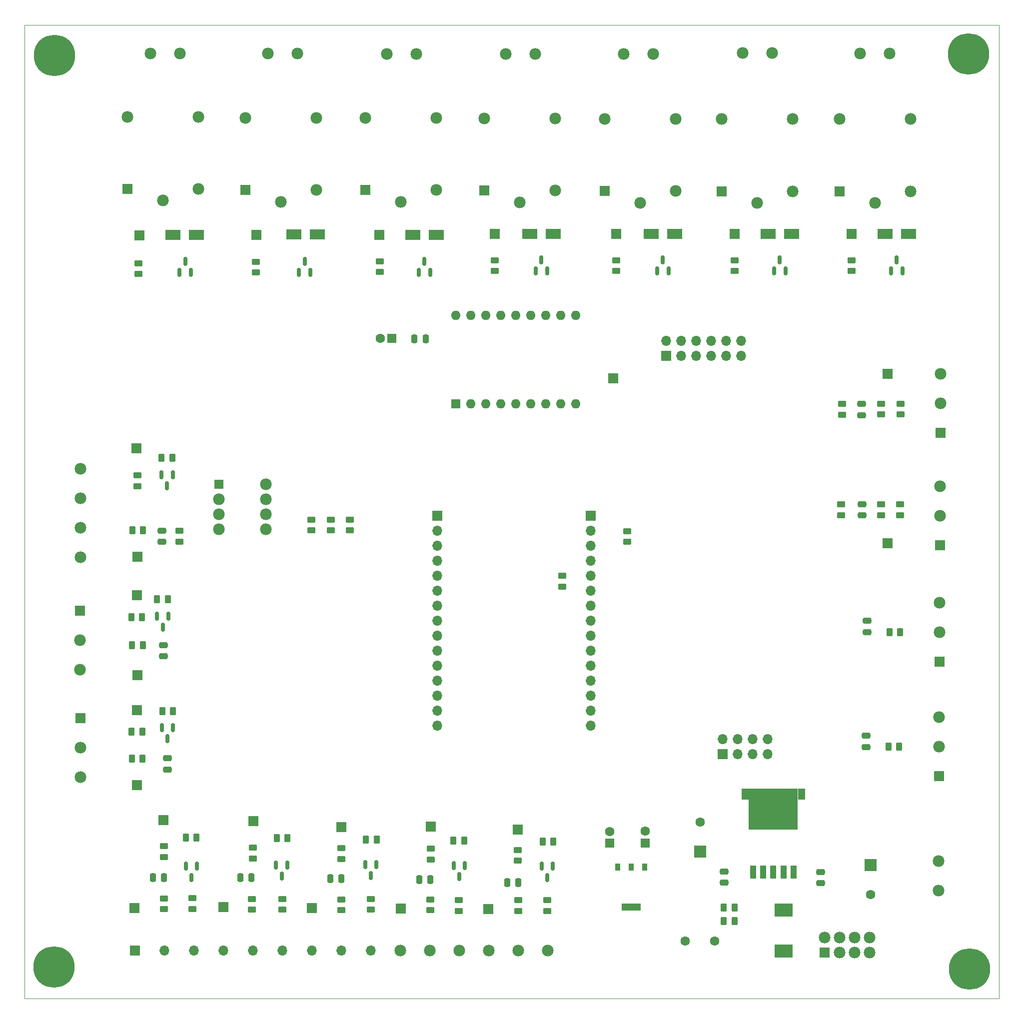
<source format=gbr>
%TF.GenerationSoftware,KiCad,Pcbnew,(6.0.7)*%
%TF.CreationDate,2022-10-24T16:35:41-03:00*%
%TF.ProjectId,PCB_Prototipo_Proyecto_Final,5043425f-5072-46f7-946f-7469706f5f50,rev?*%
%TF.SameCoordinates,PX7e4946aPYc6a19c0*%
%TF.FileFunction,Soldermask,Bot*%
%TF.FilePolarity,Negative*%
%FSLAX46Y46*%
G04 Gerber Fmt 4.6, Leading zero omitted, Abs format (unit mm)*
G04 Created by KiCad (PCBNEW (6.0.7)) date 2022-10-24 16:35:41*
%MOMM*%
%LPD*%
G01*
G04 APERTURE LIST*
G04 Aperture macros list*
%AMRoundRect*
0 Rectangle with rounded corners*
0 $1 Rounding radius*
0 $2 $3 $4 $5 $6 $7 $8 $9 X,Y pos of 4 corners*
0 Add a 4 corners polygon primitive as box body*
4,1,4,$2,$3,$4,$5,$6,$7,$8,$9,$2,$3,0*
0 Add four circle primitives for the rounded corners*
1,1,$1+$1,$2,$3*
1,1,$1+$1,$4,$5*
1,1,$1+$1,$6,$7*
1,1,$1+$1,$8,$9*
0 Add four rect primitives between the rounded corners*
20,1,$1+$1,$2,$3,$4,$5,0*
20,1,$1+$1,$4,$5,$6,$7,0*
20,1,$1+$1,$6,$7,$8,$9,0*
20,1,$1+$1,$8,$9,$2,$3,0*%
G04 Aperture macros list end*
%TA.AperFunction,Profile*%
%ADD10C,0.100000*%
%TD*%
%ADD11C,1.980000*%
%ADD12R,1.700000X1.700000*%
%ADD13R,2.000000X2.000000*%
%ADD14C,1.600000*%
%ADD15C,7.000000*%
%ADD16R,1.600000X1.600000*%
%ADD17O,1.700000X1.700000*%
%ADD18O,1.600000X1.600000*%
%ADD19RoundRect,0.250000X0.262500X0.450000X-0.262500X0.450000X-0.262500X-0.450000X0.262500X-0.450000X0*%
%ADD20RoundRect,0.150000X-0.150000X0.587500X-0.150000X-0.587500X0.150000X-0.587500X0.150000X0.587500X0*%
%ADD21RoundRect,0.250000X-0.450000X0.262500X-0.450000X-0.262500X0.450000X-0.262500X0.450000X0.262500X0*%
%ADD22RoundRect,0.250000X0.250000X0.475000X-0.250000X0.475000X-0.250000X-0.475000X0.250000X-0.475000X0*%
%ADD23RoundRect,0.250000X0.450000X-0.262500X0.450000X0.262500X-0.450000X0.262500X-0.450000X-0.262500X0*%
%ADD24R,2.500000X1.800000*%
%ADD25R,0.950000X1.250000*%
%ADD26R,3.200000X1.250000*%
%ADD27RoundRect,0.250000X0.475000X-0.250000X0.475000X0.250000X-0.475000X0.250000X-0.475000X-0.250000X0*%
%ADD28R,3.100000X2.200000*%
%ADD29RoundRect,0.250000X-0.262500X-0.450000X0.262500X-0.450000X0.262500X0.450000X-0.262500X0.450000X0*%
%ADD30RoundRect,0.250000X-0.475000X0.250000X-0.475000X-0.250000X0.475000X-0.250000X0.475000X0.250000X0*%
%ADD31RoundRect,0.150000X0.150000X-0.587500X0.150000X0.587500X-0.150000X0.587500X-0.150000X-0.587500X0*%
%ADD32R,1.070000X2.160000*%
%ADD33R,1.235000X1.910000*%
%ADD34R,8.330000X6.990000*%
G04 APERTURE END LIST*
D10*
X0Y0D02*
X165100000Y0D01*
X165100000Y0D02*
X165100000Y164940000D01*
X165100000Y164940000D02*
X0Y164940000D01*
X0Y164940000D02*
X0Y0D01*
D11*
%TO.C,K5*%
X130100000Y148950000D03*
X118100000Y148950000D03*
X124100000Y134750000D03*
X130100000Y136750000D03*
D12*
X118100000Y136750000D03*
%TD*%
%TO.C,J6*%
X154999286Y57010000D03*
D11*
X154999286Y62010000D03*
X154999286Y67010000D03*
%TD*%
D12*
%TO.C,J23*%
X68829286Y29130000D03*
%TD*%
D13*
%TO.C,C15*%
X114474286Y24854823D03*
D14*
X114474286Y29854823D03*
%TD*%
D11*
%TO.C,J16*%
X121639286Y160120000D03*
X126639286Y160120000D03*
%TD*%
D15*
%TO.C,*%
X5080000Y159710000D03*
%TD*%
D12*
%TO.C,J33*%
X120309286Y129484000D03*
%TD*%
%TO.C,J46*%
X146200000Y105800000D03*
%TD*%
%TO.C,J40*%
X18629286Y15330000D03*
%TD*%
D16*
%TO.C,C18*%
X99139286Y26289775D03*
D14*
X99139286Y28289775D03*
%TD*%
D15*
%TO.C,*%
X5000000Y5300000D03*
%TD*%
D16*
%TO.C,IC1*%
X32909286Y87070000D03*
D11*
X32909286Y84530000D03*
X32909286Y81990000D03*
X32909286Y79450000D03*
X40849286Y79450000D03*
X40849286Y81990000D03*
X40849286Y84530000D03*
X40849286Y87070000D03*
%TD*%
%TO.C,K1*%
X89900000Y149062500D03*
X77900000Y149062500D03*
X83900000Y134862500D03*
X89900000Y136862500D03*
D12*
X77900000Y136862500D03*
%TD*%
%TO.C,J32*%
X60049286Y129380000D03*
%TD*%
D13*
%TO.C,C14*%
X143339286Y22567677D03*
D14*
X143339286Y17567677D03*
%TD*%
D12*
%TO.C,J34*%
X99700000Y105050000D03*
%TD*%
D11*
%TO.C,K2*%
X29400000Y149362500D03*
X17400000Y149362500D03*
X23400000Y135162500D03*
X29400000Y137162500D03*
D12*
X17400000Y137162500D03*
%TD*%
%TO.C,J29*%
X18979286Y48810000D03*
%TD*%
%TO.C,J19*%
X18963286Y93218000D03*
%TD*%
%TO.C,J10*%
X18649286Y8120000D03*
D17*
X23649286Y8120000D03*
X28649286Y8120000D03*
X33649286Y8120000D03*
X38649286Y8120000D03*
X43649286Y8120000D03*
X48649286Y8120000D03*
X53649286Y8120000D03*
X58649286Y8120000D03*
D11*
X63649286Y8120000D03*
X68649286Y8120000D03*
X73649286Y8120000D03*
X78649286Y8120000D03*
X83649286Y8120000D03*
X88649286Y8120000D03*
%TD*%
D12*
%TO.C,J5*%
X9489286Y47450000D03*
D11*
X9489286Y42450000D03*
X9489286Y37450000D03*
%TD*%
D12*
%TO.C,J35*%
X100243286Y129484000D03*
%TD*%
%TO.C,J26*%
X78529286Y15130000D03*
%TD*%
%TO.C,J21*%
X108700000Y108850000D03*
D17*
X108700000Y111390000D03*
X111240000Y108850000D03*
X111240000Y111390000D03*
X113780000Y108850000D03*
X113780000Y111390000D03*
X116320000Y108850000D03*
X116320000Y111390000D03*
X118860000Y108850000D03*
X118860000Y111390000D03*
X121400000Y108850000D03*
X121400000Y111390000D03*
%TD*%
D11*
%TO.C,K7*%
X49400000Y149162500D03*
X37400000Y149162500D03*
X43400000Y134962500D03*
X49400000Y136962500D03*
D12*
X37400000Y136962500D03*
%TD*%
%TO.C,J20*%
X118277286Y41402000D03*
D17*
X118277286Y43942000D03*
X120817286Y41402000D03*
X120817286Y43942000D03*
X123357286Y41402000D03*
X123357286Y43942000D03*
X125897286Y41402000D03*
X125897286Y43942000D03*
%TD*%
D12*
%TO.C,J8*%
X154869286Y37630000D03*
D11*
X154869286Y42630000D03*
X154869286Y47630000D03*
%TD*%
%TO.C,K6*%
X110300000Y148962500D03*
X98300000Y148962500D03*
X104300000Y134762500D03*
X110300000Y136762500D03*
D12*
X98300000Y136762500D03*
%TD*%
%TO.C,J37*%
X63729286Y15230000D03*
%TD*%
%TO.C,J24*%
X19079286Y74780000D03*
%TD*%
D11*
%TO.C,J18*%
X41219286Y160060000D03*
X46219286Y160060000D03*
%TD*%
D14*
%TO.C,L1*%
X116874286Y9722500D03*
X111874286Y9722500D03*
%TD*%
D15*
%TO.C,*%
X159933286Y159964000D03*
%TD*%
D16*
%TO.C,U3*%
X73065286Y100700000D03*
D18*
X75605286Y100700000D03*
X78145286Y100700000D03*
X80685286Y100700000D03*
X83225286Y100700000D03*
X85765286Y100700000D03*
X88305286Y100700000D03*
X90845286Y100700000D03*
X93385286Y100700000D03*
X93385286Y115700000D03*
X90845286Y115700000D03*
X88305286Y115700000D03*
X85765286Y115700000D03*
X83225286Y115700000D03*
X80685286Y115700000D03*
X78145286Y115700000D03*
X75605286Y115700000D03*
X73065286Y115700000D03*
%TD*%
D11*
%TO.C,K4*%
X69700000Y149162500D03*
X57700000Y149162500D03*
X63700000Y134962500D03*
X69700000Y136962500D03*
D12*
X57700000Y136962500D03*
%TD*%
%TO.C,J45*%
X23535286Y30226000D03*
%TD*%
D16*
%TO.C,C19*%
X62239286Y111850000D03*
D14*
X60239286Y111850000D03*
%TD*%
D12*
%TO.C,J38*%
X48629286Y15330000D03*
%TD*%
D11*
%TO.C,J4*%
X9429286Y89730000D03*
X9429286Y84730000D03*
X9429286Y79730000D03*
X9429286Y74730000D03*
%TD*%
D16*
%TO.C,C17*%
X105139286Y26344887D03*
D14*
X105139286Y28344887D03*
%TD*%
D12*
%TO.C,J22*%
X83529286Y28630000D03*
%TD*%
D11*
%TO.C,J13*%
X21299286Y160110000D03*
X26299286Y160110000D03*
%TD*%
D12*
%TO.C,J7*%
X155159286Y95820000D03*
D11*
X155159286Y100820000D03*
X155159286Y105820000D03*
%TD*%
D12*
%TO.C,J30*%
X79669286Y129484000D03*
%TD*%
%TO.C,J11*%
X9399286Y65670000D03*
D11*
X9399286Y60670000D03*
X9399286Y55670000D03*
%TD*%
%TO.C,J1*%
X154829286Y23240000D03*
X154829286Y18240000D03*
%TD*%
%TO.C,J14*%
X141559286Y160060000D03*
X146559286Y160060000D03*
%TD*%
D12*
%TO.C,J9*%
X155069286Y76770000D03*
D11*
X155069286Y81770000D03*
X155069286Y86770000D03*
%TD*%
D12*
%TO.C,J3*%
X95899286Y81770000D03*
D17*
X95899286Y79230000D03*
X95899286Y76690000D03*
X95899286Y74150000D03*
X95899286Y71610000D03*
X95899286Y69070000D03*
X95899286Y66530000D03*
X95899286Y63990000D03*
X95899286Y61450000D03*
X95899286Y58910000D03*
X95899286Y56370000D03*
X95899286Y53830000D03*
X95899286Y51290000D03*
X95899286Y48750000D03*
X95899286Y46210000D03*
%TD*%
D12*
%TO.C,J2*%
X69900000Y81775000D03*
D17*
X69900000Y79235000D03*
X69900000Y76695000D03*
X69900000Y74155000D03*
X69900000Y71615000D03*
X69900000Y69075000D03*
X69900000Y66535000D03*
X69900000Y63995000D03*
X69900000Y61455000D03*
X69900000Y58915000D03*
X69900000Y56375000D03*
X69900000Y53835000D03*
X69900000Y51295000D03*
X69900000Y48755000D03*
X69900000Y46215000D03*
%TD*%
D12*
%TO.C,J41*%
X19059286Y36090000D03*
%TD*%
%TO.C,J42*%
X19069286Y54750000D03*
%TD*%
%TO.C,J28*%
X18999286Y68300000D03*
%TD*%
%TO.C,J39*%
X33629286Y15430000D03*
%TD*%
%TO.C,J36*%
X39249286Y129330000D03*
%TD*%
D11*
%TO.C,J15*%
X61329286Y160000000D03*
X66329286Y160000000D03*
%TD*%
%TO.C,J12*%
X81489286Y160000000D03*
X86489286Y160000000D03*
%TD*%
D12*
%TO.C,J47*%
X146200000Y77100000D03*
%TD*%
%TO.C,J25*%
X38729286Y30030000D03*
%TD*%
D11*
%TO.C,K3*%
X150100000Y148950000D03*
X138100000Y148950000D03*
X144100000Y134750000D03*
X150100000Y136750000D03*
D12*
X138100000Y136750000D03*
%TD*%
%TO.C,J43*%
X135519286Y7765000D03*
D11*
X135519286Y10305000D03*
X138059286Y7765000D03*
X138059286Y10305000D03*
X140599286Y7765000D03*
X140599286Y10305000D03*
X143139286Y7765000D03*
X143139286Y10305000D03*
%TD*%
%TO.C,J17*%
X101469286Y160000000D03*
X106469286Y160000000D03*
%TD*%
D12*
%TO.C,J31*%
X140121286Y129484000D03*
%TD*%
%TO.C,J27*%
X53629286Y29030000D03*
%TD*%
%TO.C,J44*%
X19471286Y129230000D03*
%TD*%
D19*
%TO.C,R34*%
X44541786Y27130000D03*
X42716786Y27130000D03*
%TD*%
D20*
%TO.C,Q7*%
X23249286Y45867500D03*
X25149286Y45867500D03*
X24199286Y43992500D03*
%TD*%
D21*
%TO.C,R17*%
X145119286Y100732500D03*
X145119286Y98907500D03*
%TD*%
D20*
%TO.C,Q2*%
X87579286Y22367500D03*
X89479286Y22367500D03*
X88529286Y20492500D03*
%TD*%
%TO.C,Q8*%
X22439286Y64767500D03*
X24339286Y64767500D03*
X23389286Y62892500D03*
%TD*%
D22*
%TO.C,C3*%
X53679286Y20330000D03*
X51779286Y20330000D03*
%TD*%
D23*
%TO.C,R25*%
X19109286Y86797500D03*
X19109286Y88622500D03*
%TD*%
D21*
%TO.C,R3*%
X55049286Y81122500D03*
X55049286Y79297500D03*
%TD*%
D20*
%TO.C,Q3*%
X72679286Y22467500D03*
X74579286Y22467500D03*
X73629286Y20592500D03*
%TD*%
D24*
%TO.C,D5*%
X69739286Y129380000D03*
X65739286Y129380000D03*
%TD*%
D19*
%TO.C,R19*%
X148319286Y62010000D03*
X146494286Y62010000D03*
%TD*%
D23*
%TO.C,R43*%
X19299286Y124552500D03*
X19299286Y122727500D03*
%TD*%
D25*
%TO.C,U2*%
X100439286Y22244887D03*
X102739286Y22244887D03*
X105039286Y22244887D03*
D26*
X102739286Y15444887D03*
%TD*%
D23*
%TO.C,R13*%
X38629286Y23705000D03*
X38629286Y25530000D03*
%TD*%
D22*
%TO.C,C2*%
X68729286Y20130000D03*
X66829286Y20130000D03*
%TD*%
%TO.C,C20*%
X67919286Y111704000D03*
X66019286Y111704000D03*
%TD*%
D20*
%TO.C,Q4*%
X57679286Y22667500D03*
X59579286Y22667500D03*
X58629286Y20792500D03*
%TD*%
D23*
%TO.C,R10*%
X53629286Y14917500D03*
X53629286Y16742500D03*
%TD*%
%TO.C,R41*%
X51899286Y79280000D03*
X51899286Y81105000D03*
%TD*%
D22*
%TO.C,C1*%
X83629286Y19630000D03*
X81729286Y19630000D03*
%TD*%
D27*
%TO.C,C8*%
X142699286Y62060000D03*
X142699286Y63960000D03*
%TD*%
D28*
%TO.C,D1*%
X128544286Y14982500D03*
X128544286Y7982500D03*
%TD*%
D21*
%TO.C,R27*%
X88529286Y16655000D03*
X88529286Y14830000D03*
%TD*%
%TO.C,R22*%
X138289286Y83702500D03*
X138289286Y81877500D03*
%TD*%
D27*
%TO.C,C7*%
X141759286Y98820000D03*
X141759286Y100720000D03*
%TD*%
D29*
%TO.C,R16*%
X18156786Y40630000D03*
X19981786Y40630000D03*
%TD*%
D19*
%TO.C,R20*%
X148144286Y42640000D03*
X146319286Y42640000D03*
%TD*%
D30*
%TO.C,C6*%
X24189286Y40660000D03*
X24189286Y38760000D03*
%TD*%
D23*
%TO.C,R7*%
X83529286Y23330000D03*
X83529286Y25155000D03*
%TD*%
D31*
%TO.C,Q14*%
X108117286Y125087500D03*
X107167286Y123212500D03*
X109067286Y123212500D03*
%TD*%
D27*
%TO.C,C9*%
X142519286Y42600000D03*
X142519286Y44500000D03*
%TD*%
D19*
%TO.C,R40*%
X24241786Y67590000D03*
X22416786Y67590000D03*
%TD*%
%TO.C,R26*%
X25001786Y91610000D03*
X23176786Y91610000D03*
%TD*%
D22*
%TO.C,C4*%
X38429286Y20430000D03*
X36529286Y20430000D03*
%TD*%
D31*
%TO.C,Q13*%
X127929286Y125087500D03*
X126979286Y123212500D03*
X128879286Y123212500D03*
%TD*%
D21*
%TO.C,R31*%
X58629286Y16830000D03*
X58629286Y15005000D03*
%TD*%
D23*
%TO.C,R4*%
X148359286Y98917500D03*
X148359286Y100742500D03*
%TD*%
D20*
%TO.C,Q5*%
X42579286Y22567500D03*
X44479286Y22567500D03*
X43529286Y20692500D03*
%TD*%
D31*
%TO.C,Q15*%
X47429286Y124867500D03*
X46479286Y122992500D03*
X48379286Y122992500D03*
%TD*%
D27*
%TO.C,C16*%
X118524286Y19592500D03*
X118524286Y21492500D03*
%TD*%
D19*
%TO.C,R30*%
X74454286Y26730000D03*
X72629286Y26730000D03*
%TD*%
D20*
%TO.C,Q1*%
X23189286Y88687500D03*
X25089286Y88687500D03*
X24139286Y86812500D03*
%TD*%
D23*
%TO.C,R21*%
X145119286Y81885000D03*
X145119286Y83710000D03*
%TD*%
D30*
%TO.C,C10*%
X141829286Y83710000D03*
X141829286Y81810000D03*
%TD*%
D23*
%TO.C,R47*%
X91099286Y69775000D03*
X91099286Y71600000D03*
%TD*%
%TO.C,R45*%
X60179286Y124870000D03*
X60179286Y123045000D03*
%TD*%
D29*
%TO.C,R51*%
X118426786Y13100000D03*
X120251786Y13100000D03*
%TD*%
D23*
%TO.C,R15*%
X23629286Y23930000D03*
X23629286Y25755000D03*
%TD*%
D24*
%TO.C,D7*%
X110117286Y129484000D03*
X106117286Y129484000D03*
%TD*%
D30*
%TO.C,C13*%
X134874286Y21422500D03*
X134874286Y19522500D03*
%TD*%
D23*
%TO.C,R18*%
X138489286Y98867500D03*
X138489286Y100692500D03*
%TD*%
%TO.C,R14*%
X23629286Y15117500D03*
X23629286Y16942500D03*
%TD*%
%TO.C,R9*%
X68829286Y23517500D03*
X68829286Y25342500D03*
%TD*%
D15*
%TO.C,*%
X160100000Y5000000D03*
%TD*%
D23*
%TO.C,R46*%
X102039286Y77319500D03*
X102039286Y79144500D03*
%TD*%
%TO.C,R44*%
X140121286Y125062500D03*
X140121286Y123237500D03*
%TD*%
D19*
%TO.C,R28*%
X89554286Y26530000D03*
X87729286Y26530000D03*
%TD*%
%TO.C,R38*%
X25131786Y48680000D03*
X23306786Y48680000D03*
%TD*%
D31*
%TO.C,Q12*%
X67731286Y124833500D03*
X66781286Y122958500D03*
X68681286Y122958500D03*
%TD*%
D21*
%TO.C,R35*%
X28429286Y16955000D03*
X28429286Y15130000D03*
%TD*%
%TO.C,R33*%
X43629286Y16842500D03*
X43629286Y15017500D03*
%TD*%
D31*
%TO.C,Q10*%
X27189286Y124897500D03*
X26239286Y123022500D03*
X28139286Y123022500D03*
%TD*%
D23*
%TO.C,R11*%
X53629286Y23617500D03*
X53629286Y25442500D03*
%TD*%
D22*
%TO.C,C5*%
X23629286Y20430000D03*
X21729286Y20430000D03*
%TD*%
D19*
%TO.C,R39*%
X19894286Y64570000D03*
X18069286Y64570000D03*
%TD*%
D23*
%TO.C,R12*%
X38529286Y15017500D03*
X38529286Y16842500D03*
%TD*%
%TO.C,R50*%
X39179286Y124792500D03*
X39179286Y122967500D03*
%TD*%
D24*
%TO.C,D6*%
X129929286Y129484000D03*
X125929286Y129484000D03*
%TD*%
D23*
%TO.C,R8*%
X68729286Y14917500D03*
X68729286Y16742500D03*
%TD*%
D30*
%TO.C,C11*%
X23469286Y59870000D03*
X23469286Y57970000D03*
%TD*%
D32*
%TO.C,U1*%
X130239286Y21391500D03*
X128539286Y21391500D03*
D33*
X131621286Y34606500D03*
D34*
X126839286Y32066500D03*
D32*
X126839286Y21391500D03*
D33*
X122057286Y34606500D03*
D32*
X125139286Y21391500D03*
X123439286Y21391500D03*
%TD*%
D19*
%TO.C,R37*%
X19921786Y45170000D03*
X18096786Y45170000D03*
%TD*%
D31*
%TO.C,Q11*%
X147741286Y125087500D03*
X146791286Y123212500D03*
X148691286Y123212500D03*
%TD*%
D23*
%TO.C,R6*%
X83629286Y14805000D03*
X83629286Y16630000D03*
%TD*%
D24*
%TO.C,D3*%
X29129286Y129320000D03*
X25129286Y129320000D03*
%TD*%
D23*
%TO.C,R1*%
X48559286Y79280000D03*
X48559286Y81105000D03*
%TD*%
%TO.C,R42*%
X79669286Y125062500D03*
X79669286Y123237500D03*
%TD*%
D31*
%TO.C,Q9*%
X87543286Y125087500D03*
X86593286Y123212500D03*
X88493286Y123212500D03*
%TD*%
D20*
%TO.C,Q6*%
X27279286Y22367500D03*
X29179286Y22367500D03*
X28229286Y20492500D03*
%TD*%
D19*
%TO.C,R32*%
X59641786Y26930000D03*
X57816786Y26930000D03*
%TD*%
D24*
%TO.C,D4*%
X149741286Y129484000D03*
X145741286Y129484000D03*
%TD*%
D19*
%TO.C,R52*%
X120251786Y15400000D03*
X118426786Y15400000D03*
%TD*%
D23*
%TO.C,R48*%
X120309286Y125062500D03*
X120309286Y123237500D03*
%TD*%
D21*
%TO.C,R5*%
X148309286Y83682500D03*
X148309286Y81857500D03*
%TD*%
D23*
%TO.C,R49*%
X100243286Y125062500D03*
X100243286Y123237500D03*
%TD*%
D29*
%TO.C,R24*%
X18216786Y79290000D03*
X20041786Y79290000D03*
%TD*%
%TO.C,R23*%
X18169286Y59830000D03*
X19994286Y59830000D03*
%TD*%
D24*
%TO.C,D8*%
X49589286Y129460000D03*
X45589286Y129460000D03*
%TD*%
D19*
%TO.C,R36*%
X29129286Y27230000D03*
X27304286Y27230000D03*
%TD*%
D24*
%TO.C,D2*%
X89543286Y129484000D03*
X85543286Y129484000D03*
%TD*%
D30*
%TO.C,C12*%
X23259286Y79250000D03*
X23259286Y77350000D03*
%TD*%
D23*
%TO.C,R2*%
X26229286Y77390000D03*
X26229286Y79215000D03*
%TD*%
D21*
%TO.C,R29*%
X73529286Y16642500D03*
X73529286Y14817500D03*
%TD*%
M02*

</source>
